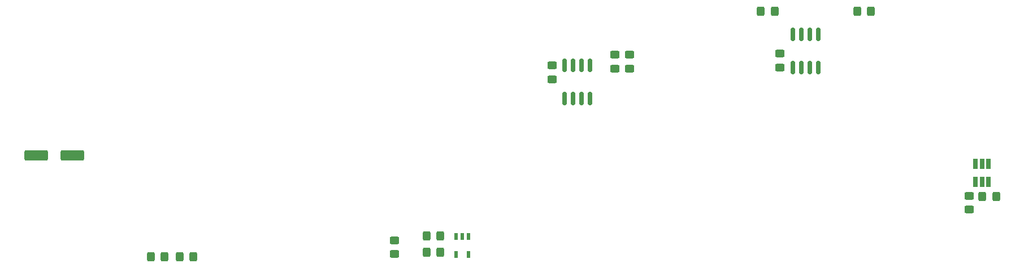
<source format=gbr>
%TF.GenerationSoftware,KiCad,Pcbnew,(6.0.7)*%
%TF.CreationDate,2022-08-24T09:32:17-04:00*%
%TF.ProjectId,PB_16,50425f31-362e-46b6-9963-61645f706362,v1*%
%TF.SameCoordinates,Original*%
%TF.FileFunction,Paste,Top*%
%TF.FilePolarity,Positive*%
%FSLAX46Y46*%
G04 Gerber Fmt 4.6, Leading zero omitted, Abs format (unit mm)*
G04 Created by KiCad (PCBNEW (6.0.7)) date 2022-08-24 09:32:17*
%MOMM*%
%LPD*%
G01*
G04 APERTURE LIST*
G04 Aperture macros list*
%AMRoundRect*
0 Rectangle with rounded corners*
0 $1 Rounding radius*
0 $2 $3 $4 $5 $6 $7 $8 $9 X,Y pos of 4 corners*
0 Add a 4 corners polygon primitive as box body*
4,1,4,$2,$3,$4,$5,$6,$7,$8,$9,$2,$3,0*
0 Add four circle primitives for the rounded corners*
1,1,$1+$1,$2,$3*
1,1,$1+$1,$4,$5*
1,1,$1+$1,$6,$7*
1,1,$1+$1,$8,$9*
0 Add four rect primitives between the rounded corners*
20,1,$1+$1,$2,$3,$4,$5,0*
20,1,$1+$1,$4,$5,$6,$7,0*
20,1,$1+$1,$6,$7,$8,$9,0*
20,1,$1+$1,$8,$9,$2,$3,0*%
G04 Aperture macros list end*
%ADD10RoundRect,0.250000X-1.500000X-0.550000X1.500000X-0.550000X1.500000X0.550000X-1.500000X0.550000X0*%
%ADD11RoundRect,0.249999X0.325001X0.450001X-0.325001X0.450001X-0.325001X-0.450001X0.325001X-0.450001X0*%
%ADD12RoundRect,0.249999X-0.450001X0.325001X-0.450001X-0.325001X0.450001X-0.325001X0.450001X0.325001X0*%
%ADD13RoundRect,0.249999X0.450001X-0.325001X0.450001X0.325001X-0.450001X0.325001X-0.450001X-0.325001X0*%
%ADD14RoundRect,0.150000X0.150000X-0.825000X0.150000X0.825000X-0.150000X0.825000X-0.150000X-0.825000X0*%
%ADD15RoundRect,0.249999X-0.325001X-0.450001X0.325001X-0.450001X0.325001X0.450001X-0.325001X0.450001X0*%
%ADD16R,0.600000X1.050000*%
%ADD17R,0.650000X1.560000*%
G04 APERTURE END LIST*
D10*
%TO.C,C1*%
X90010000Y-103124000D03*
X95410000Y-103124000D03*
%TD*%
D11*
%TO.C,D1*%
X109254400Y-118364000D03*
X107204400Y-118364000D03*
%TD*%
D12*
%TO.C,R4*%
X176742000Y-87972900D03*
X176742000Y-90022900D03*
%TD*%
%TO.C,R5*%
X178939100Y-87972900D03*
X178939100Y-90022900D03*
%TD*%
D13*
%TO.C,C3*%
X167318600Y-91635800D03*
X167318600Y-89585800D03*
%TD*%
D14*
%TO.C,U3*%
X169223600Y-94508200D03*
X170493600Y-94508200D03*
X171763600Y-94508200D03*
X173033600Y-94508200D03*
X173033600Y-89558200D03*
X171763600Y-89558200D03*
X170493600Y-89558200D03*
X169223600Y-89558200D03*
%TD*%
D11*
%TO.C,R1*%
X113572400Y-118364000D03*
X111522400Y-118364000D03*
%TD*%
D15*
%TO.C,R3*%
X213020800Y-81407000D03*
X215070800Y-81407000D03*
%TD*%
D13*
%TO.C,C4*%
X143662400Y-117899400D03*
X143662400Y-115849400D03*
%TD*%
D14*
%TO.C,U2*%
X203428600Y-89876400D03*
X204698600Y-89876400D03*
X205968600Y-89876400D03*
X207238600Y-89876400D03*
X207238600Y-84926400D03*
X205968600Y-84926400D03*
X204698600Y-84926400D03*
X203428600Y-84926400D03*
%TD*%
D13*
%TO.C,C5*%
X201472800Y-89848800D03*
X201472800Y-87798800D03*
%TD*%
D12*
%TO.C,C6*%
X229816000Y-109209000D03*
X229816000Y-111259000D03*
%TD*%
D11*
%TO.C,FB1*%
X233841000Y-109234000D03*
X231791000Y-109234000D03*
%TD*%
D16*
%TO.C,U4*%
X154793200Y-115278000D03*
X153843200Y-115278000D03*
X152893200Y-115278000D03*
X152893200Y-117978000D03*
X154793200Y-117978000D03*
%TD*%
D11*
%TO.C,R6*%
X150541000Y-117634000D03*
X148491000Y-117634000D03*
%TD*%
D15*
%TO.C,R2*%
X198593600Y-81407000D03*
X200643600Y-81407000D03*
%TD*%
%TO.C,R7*%
X148491000Y-115234000D03*
X150541000Y-115234000D03*
%TD*%
D17*
%TO.C,U5*%
X232666000Y-104384000D03*
X231716000Y-104384000D03*
X230766000Y-104384000D03*
X230766000Y-107084000D03*
X231716000Y-107084000D03*
X232666000Y-107084000D03*
%TD*%
M02*

</source>
